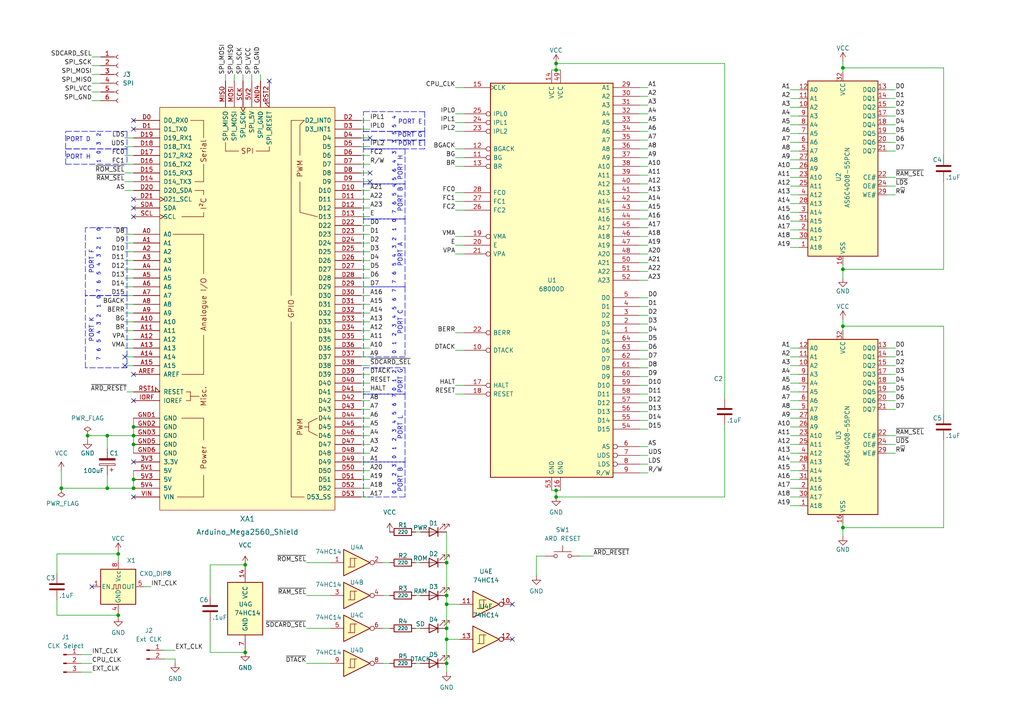
<source format=kicad_sch>
(kicad_sch (version 20211123) (generator eeschema)
  (paper "A4")
  (junction (at 34.29 160.655))
  (junction (at 31.115 126.365))
  (junction (at 38.735 128.905))
  (junction (at 244.475 78.105))
  (junction (at 38.735 126.365))
  (junction (at 161.29 20.32))
  (junction (at 129.54 175.26))
  (junction (at 129.54 163.195))
  (junction (at 161.29 144.145))
  (junction (at 129.54 185.42))
  (junction (at 38.735 139.065))
  (junction (at 34.29 178.435))
  (junction (at 38.735 123.825))
  (junction (at 161.29 142.24))
  (junction (at 38.735 141.605))
  (junction (at 244.475 19.685))
  (junction (at 161.29 18.415))
  (junction (at 244.475 94.615))
  (junction (at 31.115 141.605))
  (junction (at 129.54 182.245))
  (junction (at 71.12 163.83))
  (junction (at 71.12 189.23))
  (junction (at 25.4 126.365))
  (junction (at 17.78 141.605))
  (junction (at 129.54 192.405))
  (junction (at 244.475 153.035))
  (junction (at 129.54 172.72))
  (no_connect (at 38.735 116.205))
  (no_connect (at 38.735 133.985))
  (no_connect (at 38.735 144.145))
  (no_connect (at 107.315 40.005))
  (no_connect (at 78.105 23.495))
  (no_connect (at 26.67 170.18))
  (no_connect (at 38.735 57.785))
  (no_connect (at 38.735 60.325))
  (no_connect (at 38.735 62.865))
  (no_connect (at 148.59 175.26))
  (no_connect (at 148.59 185.42))
  (no_connect (at 36.195 103.505))
  (no_connect (at 36.195 106.045))
  (no_connect (at 107.315 52.705))
  (no_connect (at 107.315 50.165))
  (no_connect (at 38.735 108.585))
  (no_connect (at 38.735 34.925))
  (no_connect (at 38.735 37.465))
  (wire (pts (xy 67.945 21.59) (xy 67.945 23.495)))
  (polyline (pts (xy 36.83 66.04) (xy 36.83 85.725)))
  (wire (pts (xy 132.08 60.96) (xy 134.62 60.96)))
  (wire (pts (xy 129.54 194.945) (xy 129.54 192.405)))
  (polyline (pts (xy 36.83 85.725) (xy 24.765 85.725)))
  (wire (pts (xy 185.42 38.1) (xy 187.96 38.1)))
  (wire (pts (xy 104.775 98.425) (xy 107.315 98.425)))
  (polyline (pts (xy 117.475 114.3) (xy 105.41 114.3)))
  (wire (pts (xy 104.775 95.885) (xy 107.315 95.885)))
  (wire (pts (xy 273.685 52.705) (xy 273.685 78.105)))
  (wire (pts (xy 257.175 111.125) (xy 259.715 111.125)))
  (wire (pts (xy 185.42 101.6) (xy 187.96 101.6)))
  (polyline (pts (xy 117.475 133.985) (xy 117.475 144.145)))
  (wire (pts (xy 210.185 123.19) (xy 210.185 144.145)))
  (polyline (pts (xy 117.475 63.5) (xy 105.41 63.5)))
  (wire (pts (xy 38.735 70.485) (xy 36.195 70.485)))
  (wire (pts (xy 34.29 160.655) (xy 34.29 162.56)))
  (wire (pts (xy 104.775 106.045) (xy 107.315 106.045)))
  (polyline (pts (xy 117.475 106.68) (xy 117.475 114.3)))
  (polyline (pts (xy 117.475 53.34) (xy 117.475 63.5)))
  (wire (pts (xy 104.775 126.365) (xy 107.315 126.365)))
  (wire (pts (xy 38.735 83.185) (xy 36.195 83.185)))
  (wire (pts (xy 107.315 42.545) (xy 104.775 42.545)))
  (wire (pts (xy 185.42 48.26) (xy 187.96 48.26)))
  (wire (pts (xy 129.54 185.42) (xy 133.35 185.42)))
  (wire (pts (xy 185.42 66.04) (xy 187.96 66.04)))
  (wire (pts (xy 36.195 98.425) (xy 38.735 98.425)))
  (wire (pts (xy 36.195 40.005) (xy 38.735 40.005)))
  (wire (pts (xy 26.67 21.59) (xy 29.21 21.59)))
  (wire (pts (xy 88.9 172.72) (xy 95.885 172.72)))
  (wire (pts (xy 36.195 50.165) (xy 38.735 50.165)))
  (wire (pts (xy 16.51 173.99) (xy 16.51 178.435)))
  (wire (pts (xy 38.735 121.285) (xy 38.735 123.825)))
  (polyline (pts (xy 24.765 85.725) (xy 24.765 66.04)))
  (wire (pts (xy 132.08 68.58) (xy 134.62 68.58)))
  (wire (pts (xy 244.475 76.835) (xy 244.475 78.105)))
  (polyline (pts (xy 117.475 144.145) (xy 105.41 144.145)))
  (polyline (pts (xy 105.41 63.5) (xy 105.41 53.34)))
  (wire (pts (xy 160.02 20.32) (xy 161.29 20.32)))
  (wire (pts (xy 185.42 81.28) (xy 187.96 81.28)))
  (polyline (pts (xy 105.41 133.985) (xy 105.41 114.3)))
  (wire (pts (xy 132.08 45.72) (xy 134.62 45.72)))
  (wire (pts (xy 229.235 111.125) (xy 231.775 111.125)))
  (wire (pts (xy 36.195 95.885) (xy 38.735 95.885)))
  (wire (pts (xy 107.315 52.705) (xy 104.775 52.705)))
  (wire (pts (xy 229.235 113.665) (xy 231.775 113.665)))
  (wire (pts (xy 73.025 21.59) (xy 73.025 23.495)))
  (wire (pts (xy 185.42 25.4) (xy 187.96 25.4)))
  (wire (pts (xy 50.8 191.135) (xy 50.8 192.405)))
  (wire (pts (xy 107.315 108.585) (xy 104.775 108.585)))
  (wire (pts (xy 23.495 192.405) (xy 26.67 192.405)))
  (wire (pts (xy 257.175 33.655) (xy 259.715 33.655)))
  (polyline (pts (xy 105.41 63.5) (xy 117.475 63.5)))
  (wire (pts (xy 257.175 56.515) (xy 259.715 56.515)))
  (wire (pts (xy 229.235 38.735) (xy 231.775 38.735)))
  (polyline (pts (xy 123.19 43.18) (xy 105.41 43.18)))
  (wire (pts (xy 185.42 55.88) (xy 187.96 55.88)))
  (wire (pts (xy 38.735 85.725) (xy 36.195 85.725)))
  (wire (pts (xy 132.08 25.4) (xy 134.62 25.4)))
  (wire (pts (xy 36.195 55.245) (xy 38.735 55.245)))
  (polyline (pts (xy 117.475 83.185) (xy 105.41 83.185)))
  (wire (pts (xy 107.315 34.925) (xy 104.775 34.925)))
  (wire (pts (xy 104.775 65.405) (xy 107.315 65.405)))
  (wire (pts (xy 185.42 124.46) (xy 187.96 124.46)))
  (wire (pts (xy 104.775 136.525) (xy 107.315 136.525)))
  (wire (pts (xy 129.54 175.26) (xy 133.35 175.26)))
  (wire (pts (xy 185.42 104.14) (xy 187.96 104.14)))
  (wire (pts (xy 185.42 137.16) (xy 187.96 137.16)))
  (wire (pts (xy 129.54 154.305) (xy 129.54 163.195)))
  (polyline (pts (xy 19.05 47.625) (xy 19.05 43.18)))
  (wire (pts (xy 229.235 43.815) (xy 231.775 43.815)))
  (wire (pts (xy 104.775 116.205) (xy 107.315 116.205)))
  (wire (pts (xy 36.83 113.665) (xy 38.735 113.665)))
  (wire (pts (xy 185.42 53.34) (xy 187.96 53.34)))
  (wire (pts (xy 257.175 38.735) (xy 259.715 38.735)))
  (polyline (pts (xy 123.19 38.1) (xy 123.19 40.64)))
  (wire (pts (xy 257.175 108.585) (xy 259.715 108.585)))
  (wire (pts (xy 17.78 136.525) (xy 17.78 141.605)))
  (wire (pts (xy 38.735 136.525) (xy 38.735 139.065)))
  (wire (pts (xy 185.42 40.64) (xy 187.96 40.64)))
  (wire (pts (xy 185.42 73.66) (xy 187.96 73.66)))
  (wire (pts (xy 257.175 53.975) (xy 259.715 53.975)))
  (polyline (pts (xy 117.475 103.505) (xy 105.41 103.505)))
  (polyline (pts (xy 36.83 43.18) (xy 36.83 47.625)))
  (wire (pts (xy 229.235 48.895) (xy 231.775 48.895)))
  (wire (pts (xy 16.51 178.435) (xy 34.29 178.435)))
  (wire (pts (xy 273.685 153.035) (xy 244.475 153.035)))
  (wire (pts (xy 257.175 126.365) (xy 259.715 126.365)))
  (wire (pts (xy 38.735 73.025) (xy 36.195 73.025)))
  (wire (pts (xy 104.775 141.605) (xy 107.315 141.605)))
  (wire (pts (xy 257.175 51.435) (xy 259.715 51.435)))
  (wire (pts (xy 104.775 133.985) (xy 107.315 133.985)))
  (wire (pts (xy 104.775 128.905) (xy 107.315 128.905)))
  (wire (pts (xy 38.735 45.085) (xy 36.195 45.085)))
  (polyline (pts (xy 105.41 114.3) (xy 105.41 106.68)))
  (polyline (pts (xy 105.41 40.64) (xy 105.41 38.1)))
  (wire (pts (xy 185.42 45.72) (xy 187.96 45.72)))
  (wire (pts (xy 111.125 172.72) (xy 113.03 172.72)))
  (polyline (pts (xy 105.41 106.68) (xy 117.475 106.68)))
  (wire (pts (xy 38.735 123.825) (xy 38.735 126.365)))
  (polyline (pts (xy 123.19 40.64) (xy 105.41 40.64)))
  (polyline (pts (xy 117.475 43.18) (xy 105.41 43.18)))
  (wire (pts (xy 229.235 46.355) (xy 231.775 46.355)))
  (wire (pts (xy 185.42 30.48) (xy 187.96 30.48)))
  (wire (pts (xy 185.42 119.38) (xy 187.96 119.38)))
  (polyline (pts (xy 105.41 38.1) (xy 105.41 32.385)))
  (wire (pts (xy 185.42 114.3) (xy 187.96 114.3)))
  (wire (pts (xy 229.235 59.055) (xy 231.775 59.055)))
  (wire (pts (xy 132.08 48.26) (xy 134.62 48.26)))
  (wire (pts (xy 120.65 154.305) (xy 121.92 154.305)))
  (wire (pts (xy 104.775 47.625) (xy 107.315 47.625)))
  (wire (pts (xy 60.96 189.23) (xy 71.12 189.23)))
  (wire (pts (xy 155.575 161.29) (xy 158.115 161.29)))
  (wire (pts (xy 257.175 106.045) (xy 259.715 106.045)))
  (wire (pts (xy 273.685 127.635) (xy 273.685 153.035)))
  (wire (pts (xy 257.175 128.905) (xy 259.715 128.905)))
  (wire (pts (xy 111.125 192.405) (xy 113.03 192.405)))
  (wire (pts (xy 185.42 43.18) (xy 187.96 43.18)))
  (wire (pts (xy 104.775 57.785) (xy 107.315 57.785)))
  (wire (pts (xy 88.9 192.405) (xy 95.885 192.405)))
  (wire (pts (xy 26.67 16.51) (xy 29.21 16.51)))
  (wire (pts (xy 104.775 85.725) (xy 107.315 85.725)))
  (polyline (pts (xy 19.05 43.18) (xy 36.83 43.18)))
  (wire (pts (xy 34.29 177.8) (xy 34.29 178.435)))
  (wire (pts (xy 161.29 20.32) (xy 162.56 20.32)))
  (wire (pts (xy 132.08 38.1) (xy 134.62 38.1)))
  (wire (pts (xy 132.08 96.52) (xy 134.62 96.52)))
  (wire (pts (xy 257.175 103.505) (xy 259.715 103.505)))
  (wire (pts (xy 185.42 109.22) (xy 187.96 109.22)))
  (wire (pts (xy 132.08 114.3) (xy 134.62 114.3)))
  (wire (pts (xy 26.67 26.67) (xy 29.21 26.67)))
  (wire (pts (xy 36.195 90.805) (xy 38.735 90.805)))
  (wire (pts (xy 31.115 126.365) (xy 25.4 126.365)))
  (wire (pts (xy 185.42 93.98) (xy 187.96 93.98)))
  (wire (pts (xy 104.775 90.805) (xy 107.315 90.805)))
  (wire (pts (xy 257.175 118.745) (xy 259.715 118.745)))
  (wire (pts (xy 129.54 192.405) (xy 129.54 185.42)))
  (wire (pts (xy 120.65 163.195) (xy 121.92 163.195)))
  (polyline (pts (xy 105.41 114.3) (xy 117.475 114.3)))
  (wire (pts (xy 185.42 106.68) (xy 187.96 106.68)))
  (wire (pts (xy 185.42 50.8) (xy 187.96 50.8)))
  (wire (pts (xy 132.08 58.42) (xy 134.62 58.42)))
  (wire (pts (xy 36.195 88.265) (xy 38.735 88.265)))
  (wire (pts (xy 88.9 163.195) (xy 95.885 163.195)))
  (wire (pts (xy 155.575 161.29) (xy 155.575 167.005)))
  (wire (pts (xy 229.235 118.745) (xy 231.775 118.745)))
  (wire (pts (xy 36.195 42.545) (xy 38.735 42.545)))
  (wire (pts (xy 210.185 18.415) (xy 210.185 115.57)))
  (wire (pts (xy 244.475 78.105) (xy 244.475 80.645)))
  (wire (pts (xy 41.91 170.18) (xy 43.815 170.18)))
  (wire (pts (xy 229.235 136.525) (xy 231.775 136.525)))
  (polyline (pts (xy 105.41 43.18) (xy 105.41 40.64)))
  (wire (pts (xy 229.235 53.975) (xy 231.775 53.975)))
  (wire (pts (xy 185.42 58.42) (xy 187.96 58.42)))
  (wire (pts (xy 38.735 75.565) (xy 36.195 75.565)))
  (wire (pts (xy 185.42 63.5) (xy 187.96 63.5)))
  (wire (pts (xy 60.96 163.83) (xy 71.12 163.83)))
  (wire (pts (xy 104.775 45.085) (xy 107.315 45.085)))
  (wire (pts (xy 257.175 31.115) (xy 259.715 31.115)))
  (polyline (pts (xy 105.41 103.505) (xy 105.41 83.185)))
  (polyline (pts (xy 36.83 38.1) (xy 36.83 43.18)))
  (wire (pts (xy 185.42 111.76) (xy 187.96 111.76)))
  (wire (pts (xy 104.775 70.485) (xy 107.315 70.485)))
  (wire (pts (xy 129.54 175.26) (xy 129.54 182.245)))
  (wire (pts (xy 273.685 45.085) (xy 273.685 19.685)))
  (wire (pts (xy 60.96 180.34) (xy 60.96 189.23)))
  (wire (pts (xy 132.08 73.66) (xy 134.62 73.66)))
  (wire (pts (xy 257.175 131.445) (xy 259.715 131.445)))
  (wire (pts (xy 229.235 100.965) (xy 231.775 100.965)))
  (polyline (pts (xy 117.475 114.3) (xy 117.475 133.985)))
  (wire (pts (xy 210.185 18.415) (xy 161.29 18.415)))
  (wire (pts (xy 38.735 47.625) (xy 36.195 47.625)))
  (wire (pts (xy 229.235 144.145) (xy 231.775 144.145)))
  (wire (pts (xy 129.54 172.72) (xy 129.54 175.26)))
  (wire (pts (xy 70.485 21.59) (xy 70.485 23.495)))
  (wire (pts (xy 36.195 52.705) (xy 38.735 52.705)))
  (wire (pts (xy 244.475 151.765) (xy 244.475 153.035)))
  (polyline (pts (xy 105.41 53.34) (xy 105.41 43.18)))
  (polyline (pts (xy 105.41 53.34) (xy 117.475 53.34)))
  (wire (pts (xy 38.735 126.365) (xy 38.735 128.905)))
  (wire (pts (xy 229.235 123.825) (xy 231.775 123.825)))
  (wire (pts (xy 38.735 80.645) (xy 36.195 80.645)))
  (wire (pts (xy 257.175 26.035) (xy 259.715 26.035)))
  (wire (pts (xy 273.685 19.685) (xy 244.475 19.685)))
  (polyline (pts (xy 19.05 43.18) (xy 19.05 38.1)))
  (wire (pts (xy 104.775 73.025) (xy 107.315 73.025)))
  (wire (pts (xy 185.42 76.2) (xy 187.96 76.2)))
  (wire (pts (xy 120.65 182.245) (xy 121.92 182.245)))
  (wire (pts (xy 104.775 55.245) (xy 107.315 55.245)))
  (wire (pts (xy 229.235 56.515) (xy 231.775 56.515)))
  (polyline (pts (xy 117.475 63.5) (xy 117.475 83.185)))
  (polyline (pts (xy 36.83 38.1) (xy 19.05 38.1)))
  (polyline (pts (xy 105.41 133.985) (xy 117.475 133.985)))
  (wire (pts (xy 229.235 28.575) (xy 231.775 28.575)))
  (wire (pts (xy 120.65 192.405) (xy 121.92 192.405)))
  (wire (pts (xy 160.02 142.24) (xy 161.29 142.24)))
  (polyline (pts (xy 117.475 53.34) (xy 105.41 53.34)))
  (polyline (pts (xy 105.41 83.185) (xy 105.41 63.5)))
  (wire (pts (xy 104.775 100.965) (xy 107.315 100.965)))
  (wire (pts (xy 104.775 103.505) (xy 107.315 103.505)))
  (wire (pts (xy 185.42 88.9) (xy 187.96 88.9)))
  (wire (pts (xy 31.115 141.605) (xy 38.735 141.605)))
  (wire (pts (xy 185.42 33.02) (xy 187.96 33.02)))
  (wire (pts (xy 185.42 121.92) (xy 187.96 121.92)))
  (polyline (pts (xy 123.19 40.64) (xy 123.19 43.18)))
  (wire (pts (xy 229.235 36.195) (xy 231.775 36.195)))
  (polyline (pts (xy 19.05 47.625) (xy 36.83 47.625)))
  (wire (pts (xy 257.175 116.205) (xy 259.715 116.205)))
  (wire (pts (xy 229.235 133.985) (xy 231.775 133.985)))
  (wire (pts (xy 104.775 78.105) (xy 107.315 78.105)))
  (wire (pts (xy 47.625 191.135) (xy 50.8 191.135)))
  (wire (pts (xy 111.125 182.245) (xy 113.03 182.245)))
  (wire (pts (xy 257.175 113.665) (xy 259.715 113.665)))
  (wire (pts (xy 132.08 43.18) (xy 134.62 43.18)))
  (wire (pts (xy 23.495 189.865) (xy 26.67 189.865)))
  (wire (pts (xy 104.775 83.185) (xy 107.315 83.185)))
  (wire (pts (xy 185.42 60.96) (xy 187.96 60.96)))
  (wire (pts (xy 38.735 78.105) (xy 36.195 78.105)))
  (wire (pts (xy 185.42 134.62) (xy 187.96 134.62)))
  (wire (pts (xy 229.235 51.435) (xy 231.775 51.435)))
  (wire (pts (xy 107.315 113.665) (xy 104.775 113.665)))
  (wire (pts (xy 185.42 86.36) (xy 187.96 86.36)))
  (polyline (pts (xy 105.41 83.185) (xy 117.475 83.185)))
  (wire (pts (xy 132.08 111.76) (xy 134.62 111.76)))
  (wire (pts (xy 38.735 67.945) (xy 36.195 67.945)))
  (wire (pts (xy 31.115 137.795) (xy 31.115 141.605)))
  (polyline (pts (xy 123.19 32.385) (xy 105.41 32.385)))
  (wire (pts (xy 36.195 103.505) (xy 38.735 103.505)))
  (wire (pts (xy 26.67 29.21) (xy 29.21 29.21)))
  (wire (pts (xy 229.235 146.685) (xy 231.775 146.685)))
  (wire (pts (xy 107.315 111.125) (xy 104.775 111.125)))
  (wire (pts (xy 229.235 64.135) (xy 231.775 64.135)))
  (wire (pts (xy 88.9 182.245) (xy 95.885 182.245)))
  (wire (pts (xy 25.4 126.365) (xy 25.4 127.635)))
  (wire (pts (xy 229.235 71.755) (xy 231.775 71.755)))
  (wire (pts (xy 229.235 61.595) (xy 231.775 61.595)))
  (polyline (pts (xy 36.83 85.725) (xy 24.765 85.725)))
  (wire (pts (xy 273.685 94.615) (xy 244.475 94.615)))
  (wire (pts (xy 104.775 80.645) (xy 107.315 80.645)))
  (wire (pts (xy 185.42 78.74) (xy 187.96 78.74)))
  (wire (pts (xy 38.735 139.065) (xy 38.735 141.605)))
  (wire (pts (xy 257.175 36.195) (xy 259.715 36.195)))
  (wire (pts (xy 257.175 41.275) (xy 259.715 41.275)))
  (wire (pts (xy 229.235 121.285) (xy 231.775 121.285)))
  (wire (pts (xy 104.775 67.945) (xy 107.315 67.945)))
  (wire (pts (xy 107.315 50.165) (xy 104.775 50.165)))
  (wire (pts (xy 229.235 33.655) (xy 231.775 33.655)))
  (wire (pts (xy 47.625 188.595) (xy 50.8 188.595)))
  (wire (pts (xy 185.42 35.56) (xy 187.96 35.56)))
  (polyline (pts (xy 36.83 85.725) (xy 36.83 106.68)))
  (wire (pts (xy 104.775 118.745) (xy 107.315 118.745)))
  (wire (pts (xy 36.195 106.045) (xy 38.735 106.045)))
  (wire (pts (xy 132.08 55.88) (xy 134.62 55.88)))
  (wire (pts (xy 185.42 27.94) (xy 187.96 27.94)))
  (wire (pts (xy 34.29 160.02) (xy 34.29 160.655)))
  (wire (pts (xy 229.235 41.275) (xy 231.775 41.275)))
  (wire (pts (xy 36.195 93.345) (xy 38.735 93.345)))
  (wire (pts (xy 104.775 131.445) (xy 107.315 131.445)))
  (wire (pts (xy 75.565 21.59) (xy 75.565 23.495)))
  (polyline (pts (xy 105.41 38.1) (xy 123.19 38.1)))
  (polyline (pts (xy 117.475 83.185) (xy 117.475 103.505)))
  (wire (pts (xy 16.51 166.37) (xy 16.51 160.655)))
  (wire (pts (xy 132.08 71.12) (xy 134.62 71.12)))
  (wire (pts (xy 104.775 123.825) (xy 107.315 123.825)))
  (polyline (pts (xy 117.475 133.985) (xy 105.41 133.985)))
  (wire (pts (xy 26.67 19.05) (xy 29.21 19.05)))
  (wire (pts (xy 107.315 62.865) (xy 104.775 62.865)))
  (wire (pts (xy 185.42 68.58) (xy 187.96 68.58)))
  (wire (pts (xy 257.175 28.575) (xy 259.715 28.575)))
  (polyline (pts (xy 24.765 106.68) (xy 24.765 85.725)))
  (polyline (pts (xy 36.83 43.18) (xy 19.05 43.18)))
  (wire (pts (xy 244.475 17.78) (xy 244.475 19.685)))
  (wire (pts (xy 229.235 26.035) (xy 231.775 26.035)))
  (wire (pts (xy 161.29 142.24) (xy 162.56 142.24)))
  (wire (pts (xy 129.54 185.42) (xy 129.54 182.245)))
  (wire (pts (xy 36.195 100.965) (xy 38.735 100.965)))
  (wire (pts (xy 104.775 93.345) (xy 107.315 93.345)))
  (polyline (pts (xy 123.19 32.385) (xy 123.19 38.1)))
  (wire (pts (xy 185.42 71.12) (xy 187.96 71.12)))
  (wire (pts (xy 229.235 103.505) (xy 231.775 103.505)))
  (wire (pts (xy 244.475 94.615) (xy 244.475 95.885)))
  (polyline (pts (xy 105.41 40.64) (xy 123.19 40.64)))
  (wire (pts (xy 34.29 178.435) (xy 34.29 179.07)))
  (wire (pts (xy 229.235 108.585) (xy 231.775 108.585)))
  (wire (pts (xy 104.775 144.145) (xy 107.315 144.145)))
  (wire (pts (xy 185.42 116.84) (xy 187.96 116.84)))
  (wire (pts (xy 229.235 131.445) (xy 231.775 131.445)))
  (wire (pts (xy 104.775 139.065) (xy 107.315 139.065)))
  (polyline (pts (xy 117.475 43.18) (xy 117.475 53.34)))
  (wire (pts (xy 244.475 19.685) (xy 244.475 20.955)))
  (wire (pts (xy 210.185 144.145) (xy 161.29 144.145)))
  (wire (pts (xy 244.475 92.71) (xy 244.475 94.615)))
  (wire (pts (xy 120.65 172.72) (xy 121.92 172.72)))
  (wire (pts (xy 185.42 91.44) (xy 187.96 91.44)))
  (wire (pts (xy 104.775 121.285) (xy 107.315 121.285)))
  (wire (pts (xy 229.235 69.215) (xy 231.775 69.215)))
  (wire (pts (xy 16.51 160.655) (xy 34.29 160.655)))
  (wire (pts (xy 132.08 101.6) (xy 134.62 101.6)))
  (polyline (pts (xy 36.83 106.68) (xy 24.765 106.68)))
  (wire (pts (xy 168.275 161.29) (xy 172.085 161.29)))
  (wire (pts (xy 104.775 60.325) (xy 107.315 60.325)))
  (wire (pts (xy 229.235 106.045) (xy 231.775 106.045)))
  (wire (pts (xy 185.42 96.52) (xy 187.96 96.52)))
  (wire (pts (xy 107.315 40.005) (xy 104.775 40.005)))
  (wire (pts (xy 132.08 33.02) (xy 134.62 33.02)))
  (wire (pts (xy 26.67 24.13) (xy 29.21 24.13)))
  (wire (pts (xy 60.96 172.72) (xy 60.96 163.83)))
  (wire (pts (xy 65.405 21.59) (xy 65.405 23.495)))
  (wire (pts (xy 129.54 163.195) (xy 129.54 172.72)))
  (wire (pts (xy 104.775 88.265) (xy 107.315 88.265)))
  (wire (pts (xy 244.475 153.035) (xy 244.475 155.575)))
  (wire (pts (xy 161.29 18.415) (xy 161.29 20.32)))
  (wire (pts (xy 229.235 128.905) (xy 231.775 128.905)))
  (wire (pts (xy 273.685 78.105) (xy 244.475 78.105)))
  (wire (pts (xy 257.175 100.965) (xy 259.715 100.965)))
  (wire (pts (xy 104.775 75.565) (xy 107.315 75.565)))
  (wire (pts (xy 161.29 142.24) (xy 161.29 144.145)))
  (wire (pts (xy 185.42 132.08) (xy 187.96 132.08)))
  (wire (pts (xy 229.235 139.065) (xy 231.775 139.065)))
  (wire (pts (xy 257.175 43.815) (xy 259.715 43.815)))
  (wire (pts (xy 132.08 35.56) (xy 134.62 35.56)))
  (wire (pts (xy 38.735 128.905) (xy 38.735 131.445)))
  (wire (pts (xy 107.315 37.465) (xy 104.775 37.465)))
  (wire (pts (xy 185.42 129.54) (xy 187.96 129.54)))
  (wire (pts (xy 229.235 126.365) (xy 231.775 126.365)))
  (wire (pts (xy 38.735 126.365) (xy 31.115 126.365)))
  (wire (pts (xy 229.235 141.605) (xy 231.775 141.605)))
  (wire (pts (xy 229.235 31.115) (xy 231.775 31.115)))
  (wire (pts (xy 111.125 163.195) (xy 113.03 163.195)))
  (polyline (pts (xy 105.41 38.1) (xy 123.19 38.1)))
  (wire (pts (xy 185.42 99.06) (xy 187.96 99.06)))
  (wire (pts (xy 229.235 66.675) (xy 231.775 66.675)))
  (wire (pts (xy 17.78 141.605) (xy 31.115 141.605)))
  (wire (pts (xy 31.115 126.365) (xy 31.115 130.175)))
  (polyline (pts (xy 36.83 66.04) (xy 24.765 66.04)))
  (wire (pts (xy 23.495 194.945) (xy 26.67 194.945)))
  (wire (pts (xy 273.685 120.015) (xy 273.685 94.615)))
  (polyline (pts (xy 105.41 144.145) (xy 105.41 133.985)))
  (wire (pts (xy 229.235 116.205) (xy 231.775 116.205)))
  (text "PORT H" (at 19.05 46.355 0) (effects (font (size 1.27 1.27)) (justify left bottom)))
  (text "7" (at 114.935 85.09 90) (effects (font (size 1 1)) (justify left bottom)))
  (text "PORT A" (at 116.84 77.47 90) (effects (font (size 1.27 1.27)) (justify left bottom)))
  (text "6" (at 114.935 59.69 90) (effects (font (size 1 1)) (justify left bottom)))
  (text "2" (at 29.21 92.3567 90) (effects (font (size 1 1)) (justify left bottom)))
  (text "7" (at 114.935 62.23 90) (effects (font (size 1 1)) (justify left bottom)))
  (text "5" (at 29.21 99.695 90) (effects (font (size 1 1)) (justify left bottom)))
  (text "PORT E" (at 122.555 42.545 180) (effects (font (size 1.27 1.27)) (justify right bottom)))
  (text "3" (at 114.935 135.89 90) (effects (font (size 1 1)) (justify left bottom)))
  (text "5" (at 114.935 77.47 90) (effects (font (size 1 1)) (justify left bottom)))
  (text "4" (at 114.935 123.19 90) (effects (font (size 1 1)) (justify left bottom)))
  (text "0" (at 29.21 86.995 90) (effects (font (size 1 1)) (justify left bottom)))
  (text "4" (at 114.935 74.93 90) (effects (font (size 1 1)) (justify left bottom)))
  (text "0" (at 29.21 67.31 90) (effects (font (size 1 1)) (justify left bottom)))
  (text "3" (at 114.935 125.73 90) (effects (font (size 1 1)) (justify left bottom)))
  (text "1" (at 114.935 100.33 90) (effects (font (size 1 1)) (justify left bottom)))
  (text "2" (at 114.935 108.585 90) (effects (font (size 1 1)) (justify left bottom)))
  (text "1" (at 114.935 67.31 90) (effects (font (size 1 1)) (justify left bottom)))
  (text "PORT E" (at 122.555 36.195 180) (effects (font (size 1.27 1.27)) (justify right bottom)))
  (text "5" (at 114.935 120.65 90) (effects (font (size 1 1)) (justify left bottom)))
  (text "2" (at 29.21 38.735 270) (effects (font (size 1 1)) (justify right bottom)))
  (text "3" (at 29.21 74.93 90) (effects (font (size 1 1)) (justify left bottom)))
  (text "5" (at 114.935 90.17 90) (effects (font (size 1 1)) (justify left bottom)))
  (text "PORT B" (at 116.84 61.595 90) (effects (font (size 1.27 1.27)) (justify left bottom)))
  (text "5" (at 114.935 57.15 90) (effects (font (size 1 1)) (justify left bottom)))
  (text "PORT D" (at 19.05 41.275 0) (effects (font (size 1.27 1.27)) (justify left bottom)))
  (text "3" (at 114.935 41.91 90) (effects (font (size 1 1)) (justify left bottom)))
  (text "5" (at 114.935 39.37 90) (effects (font (size 1 1)) (justify left bottom)))
  (text "0" (at 114.935 133.35 90) (effects (font (size 1 1)) (justify left bottom)))
  (text "3" (at 29.21 41.275 270) (effects (font (size 1 1)) (justify right bottom)))
  (text "6" (at 114.935 118.11 90) (effects (font (size 1 1)) (justify left bottom)))
  (text "PORT C" (at 116.84 97.155 90) (effects (font (size 1.27 1.27)) (justify left bottom)))
  (text "1" (at 29.21 46.355 270) (effects (font (size 1 1)) (justify right bottom)))
  (text "PORT G" (at 116.84 114.3 90) (effects (font (size 1.27 1.27)) (justify left bottom)))
  (text "2" (at 114.935 128.27 90) (effects (font (size 1 1)) (justify left bottom)))
  (text "2" (at 114.935 70.1317 90) (effects (font (size 1 1)) (justify left bottom)))
  (text "0" (at 114.935 113.665 90) (effects (font (size 1 1)) (justify left bottom)))
  (text "1" (at 114.935 111.125 90) (effects (font (size 1 1)) (justify left bottom)))
  (text "1" (at 114.935 140.97 90) (effects (font (size 1 1)) (justify left bottom)))
  (text "7" (at 29.21 85.09 90) (effects (font (size 1 1)) (justify left bottom)))
  (text "5" (at 114.935 52.705 90) (effects (font (size 1 1)) (justify left bottom)))
  (text "1" (at 29.21 69.85 90) (effects (font (size 1 1)) (justify left bottom)))
  (text "4" (at 114.935 33.655 270) (effects (font (size 1 1)) (justify right bottom)))
  (text "0" (at 114.935 102.87 90) (effects (font (size 1 1)) (justify left bottom)))
  (text "6" (at 114.935 87.63 90) (effects (font (size 1 1)) (justify left bottom)))
  (text "6" (at 114.935 80.01 90) (effects (font (size 1 1)) (justify left bottom)))
  (text "1" (at 114.935 130.81 90) (effects (font (size 1 1)) (justify left bottom)))
  (text "0" (at 114.935 64.77 90) (effects (font (size 1 1)) (justify left bottom)))
  (text "0" (at 114.935 143.51 90) (effects (font (size 1 1)) (justify left bottom)))
  (text "3" (at 29.21 94.615 90) (effects (font (size 1 1)) (justify left bottom)))
  (text "4" (at 114.935 47.625 90) (effects (font (size 1 1)) (justify left bottom)))
  (text "4" (at 114.935 54.61 90) (effects (font (size 1 1)) (justify left bottom)))
  (text "4" (at 114.935 92.71 90) (effects (font (size 1 1)) (justify left bottom)))
  (text "5" (at 29.21 80.01 90) (effects (font (size 1 1)) (justify left bottom)))
  (text "7" (at 114.935 115.57 90) (effects (font (size 1 1)) (justify left bottom)))
  (text "2" (at 114.935 97.79 90) (effects (font (size 1 1)) (justify left bottom)))
  (text "6" (at 29.21 102.235 90) (effects (font (size 1 1)) (justify left bottom)))
  (text "2" (at 114.935 138.43 90) (effects (font (size 1 1)) (justify left bottom)))
  (text "3" (at 114.935 45.085 90) (effects (font (size 1 1)) (justify left bottom)))
  (text "6" (at 29.21 82.55 90) (effects (font (size 1 1)) (justify left bottom)))
  (text "2" (at 29.21 72.6717 90) (effects (font (size 1 1)) (justify left bottom)))
  (text "7" (at 114.935 82.55 90) (effects (font (size 1 1)) (justify left bottom)))
  (text "PORT K" (at 27.305 92.075 270) (effects (font (size 1.27 1.27)) (justify right bottom)))
  (text "5" (at 114.935 36.195 270) (effects (font (size 1 1)) (justify right bottom)))
  (text "PORT B" (at 116.84 142.875 90) (effects (font (size 1.27 1.27)) (justify left bottom)))
  (text "7" (at 29.21 104.775 90) (effects (font (size 1 1)) (justify left bottom)))
  (text "PORT F" (at 27.305 72.39 270) (effects (font (size 1.27 1.27)) (justify right bottom)))
  (text "PORT H" (at 116.84 45.085 270) (effects (font (size 1.27 1.27)) (justify right bottom)))
  (text "3" (at 114.935 95.25 90) (effects (font (size 1 1)) (justify left bottom)))
  (text "4" (at 29.21 77.47 90) (effects (font (size 1 1)) (justify left bottom)))
  (text "6" (at 114.935 50.165 90) (effects (font (size 1 1)) (justify left bottom)))
  (text "0" (at 29.21 43.815 270) (effects (font (size 1 1)) (justify right bottom)))
  (text "3" (at 114.935 72.39 90) (effects (font (size 1 1)) (justify left bottom)))
  (text "1" (at 29.21 89.535 90) (effects (font (size 1 1)) (justify left bottom)))
  (text "4" (at 29.21 97.155 90) (effects (font (size 1 1)) (justify left bottom)))
  (text "PORT L" (at 116.84 127.635 90) (effects (font (size 1.27 1.27)) (justify left bottom)))
  (text "PORT G" (at 122.555 40.005 180) (effects (font (size 1.27 1.27)) (justify right bottom)))
  (label "~{ARD_RESET}" (at 172.085 161.29 0))
  (label "A2" (at 107.315 131.445 0))
  (label "SPI_SCK" (at 26.67 19.05 180))
  (label "A8" (at 107.315 116.205 0))
  (label "A11" (at 107.315 98.425 0))
  (label "A4" (at 187.96 33.02 0))
  (label "D9" (at 187.96 109.22 0))
  (label "HALT" (at 132.08 111.76 180))
  (label "A18" (at 107.315 141.605 0))
  (label "EXT_CLK" (at 26.67 194.945 0))
  (label "D3" (at 259.715 33.655 0))
  (label "IPL0" (at 107.315 37.465 0))
  (label "A5" (at 229.235 36.195 180))
  (label "D11" (at 187.96 114.3 0))
  (label "FC0" (at 132.08 55.88 180))
  (label "A17" (at 107.315 144.145 0))
  (label "EXT_CLK" (at 50.8 188.595 0))
  (label "A11" (at 187.96 50.8 0))
  (label "~{RAM_SEL}" (at 259.715 126.365 0))
  (label "A13" (at 107.315 93.345 0))
  (label "D0" (at 259.715 100.965 0))
  (label "A6" (at 187.96 38.1 0))
  (label "A17" (at 187.96 66.04 0))
  (label "IPL1" (at 132.08 35.56 180))
  (label "CPU_CLK" (at 132.08 25.4 180))
  (label "R{slash}W" (at 107.315 47.625 0))
  (label "A10" (at 229.235 123.825 180))
  (label "D11" (at 36.195 75.565 180))
  (label "CPU_CLK" (at 26.67 192.405 0))
  (label "D12" (at 36.195 78.105 180))
  (label "A22" (at 107.315 57.785 0))
  (label "D3" (at 107.315 73.025 0))
  (label "A8" (at 229.235 43.815 180))
  (label "A13" (at 187.96 55.88 0))
  (label "D12" (at 187.96 116.84 0))
  (label "RESET" (at 107.315 111.125 0))
  (label "A13" (at 229.235 56.515 180))
  (label "D1" (at 259.715 103.505 0))
  (label "A12" (at 187.96 53.34 0))
  (label "D4" (at 187.96 96.52 0))
  (label "A6" (at 229.235 113.665 180))
  (label "D5" (at 107.315 78.105 0))
  (label "D8" (at 36.195 67.945 180))
  (label "D2" (at 259.715 31.115 0))
  (label "D5" (at 187.96 99.06 0))
  (label "A5" (at 187.96 35.56 0))
  (label "A3" (at 229.235 31.115 180))
  (label "A4" (at 229.235 33.655 180))
  (label "D7" (at 107.315 83.185 0))
  (label "DTACK" (at 132.08 101.6 180))
  (label "SPI_GND" (at 75.565 21.59 90))
  (label "SPI_GND" (at 26.67 29.21 180))
  (label "VMA" (at 36.195 100.965 180))
  (label "A12" (at 229.235 128.905 180))
  (label "IPL2" (at 132.08 38.1 180))
  (label "A14" (at 229.235 133.985 180))
  (label "E" (at 107.315 62.865 0))
  (label "A16" (at 187.96 63.5 0))
  (label "A3" (at 107.315 128.905 0))
  (label "R{slash}W" (at 187.96 137.16 0))
  (label "A2" (at 229.235 103.505 180))
  (label "A9" (at 107.315 103.505 0))
  (label "D1" (at 107.315 67.945 0))
  (label "D14" (at 36.195 83.185 180))
  (label "A9" (at 229.235 121.285 180))
  (label "D4" (at 259.715 36.195 0))
  (label "A4" (at 107.315 126.365 0))
  (label "A5" (at 229.235 111.125 180))
  (label "A11" (at 229.235 126.365 180))
  (label "A18" (at 187.96 68.58 0))
  (label "SDCARD_SEL" (at 26.67 16.51 180))
  (label "A14" (at 187.96 58.42 0))
  (label "~{RAM_SEL}" (at 36.195 52.705 180))
  (label "A12" (at 229.235 53.975 180))
  (label "D2" (at 187.96 91.44 0))
  (label "D7" (at 259.715 43.815 0))
  (label "D6" (at 259.715 41.275 0))
  (label "~{ROM_SEL}" (at 36.195 50.165 180))
  (label "RESET" (at 132.08 114.3 180))
  (label "A20" (at 187.96 73.66 0))
  (label "BR" (at 132.08 48.26 180))
  (label "SPI_MOSI" (at 26.67 21.59 180))
  (label "FC2" (at 107.315 45.085 0))
  (label "A15" (at 107.315 88.265 0))
  (label "A1" (at 107.315 133.985 0))
  (label "SPI_VCC" (at 73.025 21.59 90))
  (label "A1" (at 229.235 100.965 180))
  (label "BR" (at 36.195 95.885 180))
  (label "UDS" (at 187.96 132.08 0))
  (label "D5" (at 259.715 38.735 0))
  (label "A15" (at 229.235 136.525 180))
  (label "A3" (at 187.96 30.48 0))
  (label "A16" (at 229.235 64.135 180))
  (label "A7" (at 229.235 41.275 180))
  (label "A7" (at 229.235 116.205 180))
  (label "~{LDS}" (at 259.715 53.975 0))
  (label "D8" (at 187.96 106.68 0))
  (label "BERR" (at 36.195 90.805 180))
  (label "A10" (at 107.315 100.965 0))
  (label "D15" (at 36.195 85.725 180))
  (label "R~{W}" (at 259.715 56.515 0))
  (label "D1" (at 187.96 88.9 0))
  (label "A11" (at 229.235 51.435 180))
  (label "A20" (at 107.315 136.525 0))
  (label "AS" (at 36.195 55.245 180))
  (label "D5" (at 259.715 113.665 0))
  (label "D10" (at 187.96 111.76 0))
  (label "IPL0" (at 132.08 33.02 180))
  (label "D0" (at 107.315 65.405 0))
  (label "A9" (at 229.235 46.355 180))
  (label "R~{W}" (at 259.715 131.445 0))
  (label "IPL1" (at 107.315 34.925 0))
  (label "SPI_VCC" (at 26.67 26.67 180))
  (label "~{DTACK}" (at 88.9 192.405 180))
  (label "D3" (at 259.715 108.585 0))
  (label "A19" (at 107.315 139.065 0))
  (label "D9" (at 36.195 70.485 180))
  (label "SPI_MISO" (at 26.67 24.13 180))
  (label "A18" (at 229.235 144.145 180))
  (label "A3" (at 229.235 106.045 180))
  (label "D1" (at 259.715 28.575 0))
  (label "A14" (at 107.315 90.805 0))
  (label "A5" (at 107.315 123.825 0))
  (label "~{SDCARD_SEL}" (at 107.315 106.045 0))
  (label "DTACK" (at 107.315 108.585 0))
  (label "FC0" (at 36.195 45.085 180))
  (label "BG" (at 36.195 93.345 180))
  (label "A15" (at 187.96 60.96 0))
  (label "A18" (at 229.235 69.215 180))
  (label "A4" (at 229.235 108.585 180))
  (label "D0" (at 187.96 86.36 0))
  (label "VPA" (at 36.195 98.425 180))
  (label "LDS" (at 36.195 40.005 180))
  (label "FC1" (at 36.195 47.625 180))
  (label "SPI_MOSI" (at 65.405 21.59 90))
  (label "A12" (at 107.315 95.885 0))
  (label "~{RAM_SEL}" (at 88.9 172.72 180))
  (label "A17" (at 229.235 141.605 180))
  (label "D13" (at 36.195 80.645 180))
  (label "BG" (at 132.08 45.72 180))
  (label "LDS" (at 187.96 134.62 0))
  (label "D4" (at 259.715 111.125 0))
  (label "A14" (at 229.235 59.055 180))
  (label "D3" (at 187.96 93.98 0))
  (label "SPI_MISO" (at 67.945 21.59 90))
  (label "A23" (at 187.96 81.28 0))
  (label "A19" (at 229.235 71.755 180))
  (label "D0" (at 259.715 26.035 0))
  (label "D13" (at 187.96 119.38 0))
  (label "A7" (at 187.96 40.64 0))
  (label "~{SDCARD_SEL}" (at 88.9 182.245 180))
  (label "D6" (at 187.96 101.6 0))
  (label "HALT" (at 107.315 113.665 0))
  (label "D14" (at 187.96 121.92 0))
  (label "A9" (at 187.96 45.72 0))
  (label "INT_CLK" (at 43.815 170.18 0))
  (label "A19" (at 229.235 146.685 180))
  (label "A8" (at 187.96 43.18 0))
  (label "A7" (at 107.315 118.745 0))
  (label "A19" (at 187.96 71.12 0))
  (label "D4" (at 107.315 75.565 0))
  (label "D2" (at 107.315 70.485 0))
  (label "~{ARD_RESET}" (at 36.83 113.665 180))
  (label "D10" (at 36.195 73.025 180))
  (label "A23" (at 107.315 60.325 0))
  (label "D6" (at 259.715 116.205 0))
  (label "D2" (at 259.715 106.045 0))
  (label "D7" (at 259.715 118.745 0))
  (label "A2" (at 187.96 27.94 0))
  (label "BGACK" (at 132.08 43.18 180))
  (label "A21" (at 187.96 76.2 0))
  (label "SPI_SCK" (at 70.485 21.59 90))
  (label "A16" (at 229.235 139.065 180))
  (label "A2" (at 229.235 28.575 180))
  (label "~{UDS}" (at 259.715 128.905 0))
  (label "A21" (at 107.315 55.245 0))
  (label "~{RAM_SEL}" (at 259.715 51.435 0))
  (label "BGACK" (at 36.195 88.265 180))
  (label "UDS" (at 36.195 42.545 180))
  (label "D6" (at 107.315 80.645 0))
  (label "IPL2" (at 107.315 42.545 0))
  (label "E" (at 132.08 71.12 180))
  (label "A15" (at 229.235 61.595 180))
  (label "D7" (at 187.96 104.14 0))
  (label "INT_CLK" (at 26.67 189.865 0))
  (label "A10" (at 187.96 48.26 0))
  (label "A22" (at 187.96 78.74 0))
  (label "A8" (at 229.235 118.745 180))
  (label "VMA" (at 132.08 68.58 180))
  (label "A6" (at 229.235 38.735 180))
  (label "BERR" (at 132.08 96.52 180))
  (label "D15" (at 187.96 124.46 0))
  (label "A1" (at 229.235 26.035 180))
  (label "FC1" (at 132.08 58.42 180))
  (label "A1" (at 187.96 25.4 0))
  (label "A10" (at 229.235 48.895 180))
  (label "VPA" (at 132.08 73.66 180))
  (label "AS" (at 187.96 129.54 0))
  (label "~{ROM_SEL}" (at 88.9 163.195 180))
  (label "A13" (at 229.235 131.445 180))
  (label "A6" (at 107.315 121.285 0))
  (label "FC2" (at 132.08 60.96 180))
  (label "A16" (at 107.315 85.725 0))
  (label "A17" (at 229.235 66.675 180))
  (symbol (lib_id "Memory_RAM:AS6C4008-55PCN") (at 244.475 123.825 0) (unit 1)
    (property "Reference" "U3" (at 243.205 127.635 90) (effects (justify left)))
    (property "Value" "AS6C4008-55PCN" (at 245.745 135.255 90) (effects (justify left)))
    (property "Footprint" "Package_SO:SSOP-32_11.305x20.495mm_P1.27mm" (effects hide))
    (property "Datasheet" "https://www.alliancememory.com/wp-content/uploads/pdf/AS6C4008.pdf" (effects hide))
  )
  (symbol (lib_id "Device:LED") (at 125.73 182.245 180) (unit 1)
    (property "Reference" "D4" (at 125.73 179.705 0))
    (property "Value" "SD" (at 121.92 180.975 0))
    (property "Footprint" "LED_SMD:LED_1206_3216Metric" (effects hide))
  )
  (symbol (lib_id "power:VCC") (at 34.29 160.02 0) (unit 1)
    (property "Reference" "#PWR07" (effects hide))
    (property "Value" "VCC" (at 34.29 156.21 0))
  )
  (symbol (lib_id "74xx:74HC14") (at 140.97 185.42 0) (unit 6)
    (property "Reference" "U4" (at 140.97 175.895 0))
    (property "Value" "74HC14" (at 140.97 178.435 0))
    (property "Footprint" "Package_SO:SOIC-14_3.9x8.7mm_P1.27mm" (effects hide))
    (property "Datasheet" "http://www.ti.com/lit/gpn/sn74HC14" (effects hide))
  )
  (symbol (lib_id "Connector:Conn_01x06_Female") (at 34.29 21.59 0) (unit 1)
    (property "Reference" "J3" (at 35.56 21.5899 0) (effects (justify left)))
    (property "Value" "SPI" (at 35.56 24.1299 0) (effects (justify left)))
    (property "Footprint" "Connector_PinSocket_2.54mm:PinSocket_1x06_P2.54mm_Vertical" (effects hide))
  )
  (symbol (lib_id "power:GND") (at 71.12 189.23 0) (unit 1)
    (property "Reference" "#PWR015" (effects hide))
    (property "Value" "GND" (at 71.12 193.675 0))
  )
  (symbol (lib_id "power:GND") (at 34.29 179.07 0) (unit 1)
    (property "Reference" "#PWR08" (effects hide))
    (property "Value" "GND" (at 34.29 183.515 0))
  )
  (symbol (lib_id "74xx:74HC14") (at 103.505 182.245 0) (unit 3)
    (property "Reference" "U4" (at 103.505 178.435 0))
    (property "Value" "74HC14" (at 95.25 179.07 0))
    (property "Footprint" "Package_SO:SOIC-14_3.9x8.7mm_P1.27mm" (effects hide))
    (property "Datasheet" "http://www.ti.com/lit/gpn/sn74HC14" (effects hide))
  )
  (symbol (lib_id "power:GND") (at 244.475 80.645 0) (unit 1)
    (property "Reference" "#PWR011" (effects hide))
    (property "Value" "GND" (at 244.475 84.455 0))
  )
  (symbol (lib_id "power:PWR_FLAG") (at 17.78 141.605 180) (unit 1)
    (property "Reference" "#FLG01" (effects hide))
    (property "Value" "PWR_FLAG" (at 13.335 146.05 0) (effects (justify right)))
  )
  (symbol (lib_id "Device:R") (at 116.84 182.245 90) (unit 1)
    (property "Reference" "R4" (at 116.84 180.213 90))
    (property "Value" "220" (at 116.84 182.245 90) (effects (font (size 1 1))))
    (property "Footprint" "Resistor_SMD:R_0603_1608Metric" (effects hide))
  )
  (symbol (lib_id "arduino:Arduino_Mega2560_Shield") (at 71.755 89.535 0) (unit 1)
    (property "Reference" "XA1" (at 71.755 150.495 0) (effects (font (size 1.524 1.524))))
    (property "Value" "Arduino_Mega2560_Shield" (at 71.755 154.305 0) (effects (font (size 1.524 1.524))))
    (property "Footprint" "Arduino:Arduino_Mega2560_Shield" (effects hide))
    (property "Datasheet" "https://store.arduino.cc/arduino-mega-2560-rev3" (effects hide))
  )
  (symbol (lib_id "Device:LED") (at 125.73 154.305 180) (unit 1)
    (property "Reference" "D1" (at 125.73 151.765 0))
    (property "Value" "PWR" (at 121.92 153.035 0))
    (property "Footprint" "LED_SMD:LED_1206_3216Metric" (effects hide))
  )
  (symbol (lib_id "Device:C") (at 273.685 48.895 0) (unit 1)
    (property "Reference" "C4" (at 270.51 46.355 0) (effects (justify left)))
    (property "Value" ".1uF" (at 274.32 51.435 0) (effects (justify left)))
    (property "Footprint" "Capacitor_SMD:C_0603_1608Metric" (effects hide))
  )
  (symbol (lib_id "power:VCC") (at 244.475 17.78 0) (unit 1)
    (property "Reference" "#PWR010" (effects hide))
    (property "Value" "VCC" (at 244.475 13.97 0))
  )
  (symbol (lib_id "power:VCC") (at 161.29 18.415 0) (unit 1)
    (property "Reference" "#PWR03" (effects hide))
    (property "Value" "VCC" (at 161.29 14.605 0))
  )
  (symbol (lib_id "power:GND") (at 50.8 192.405 0) (unit 1)
    (property "Reference" "#PWR09" (effects hide))
    (property "Value" "GND" (at 50.8 196.85 0))
  )
  (symbol (lib_id "Device:R") (at 116.84 163.195 90) (unit 1)
    (property "Reference" "R2" (at 116.84 161.163 90))
    (property "Value" "220" (at 116.84 163.195 90) (effects (font (size 1 1))))
    (property "Footprint" "Resistor_SMD:R_0603_1608Metric" (effects hide))
  )
  (symbol (lib_id "power:VCC") (at 17.78 136.525 0) (unit 1)
    (property "Reference" "#PWR01" (effects hide))
    (property "Value" "VCC" (at 17.78 131.445 0))
  )
  (symbol (lib_id "power:GND") (at 244.475 155.575 0) (unit 1)
    (property "Reference" "#PWR013" (effects hide))
    (property "Value" "GND" (at 244.475 159.385 0))
  )
  (symbol (lib_id "74xx:74HC14") (at 71.12 176.53 0) (unit 7)
    (property "Reference" "U4" (at 69.215 175.26 0) (effects (justify left)))
    (property "Value" "74HC14" (at 67.945 177.8 0) (effects (justify left)))
    (property "Footprint" "Package_SO:SOIC-14_3.9x8.7mm_P1.27mm" (effects hide))
    (property "Datasheet" "http://www.ti.com/lit/gpn/sn74HC14" (effects hide))
  )
  (symbol (lib_id "Device:R") (at 116.84 172.72 90) (unit 1)
    (property "Reference" "R3" (at 116.84 170.688 90))
    (property "Value" "220" (at 116.84 172.72 90) (effects (font (size 1 1))))
    (property "Footprint" "Resistor_SMD:R_0603_1608Metric" (effects hide))
  )
  (symbol (lib_id "power:GND") (at 129.54 194.945 0) (unit 1)
    (property "Reference" "#PWR06" (effects hide))
    (property "Value" "GND" (at 129.54 199.39 0))
  )
  (symbol (lib_id "CPU_NXP_68000:68000D") (at 160.02 81.28 0) (unit 1)
    (property "Reference" "U1" (at 158.75 81.28 0) (effects (justify left)))
    (property "Value" "68000D" (at 156.21 83.82 0) (effects (justify left)))
    (property "Footprint" "Package_DIP:DIP-64_W22.86mm_Socket" (effects hide))
    (property "Datasheet" "https://www.nxp.com/docs/en/reference-manual/MC68000UM.pdf" (effects hide))
  )
  (symbol (lib_id "Device:LED") (at 125.73 172.72 180) (unit 1)
    (property "Reference" "D3" (at 125.73 170.18 0))
    (property "Value" "RAM" (at 121.92 171.45 0))
    (property "Footprint" "LED_SMD:LED_1206_3216Metric" (effects hide))
  )
  (symbol (lib_id "74xx:74HC14") (at 103.505 163.195 0) (unit 1)
    (property "Reference" "U4" (at 103.505 158.75 0))
    (property "Value" "74HC14" (at 95.25 160.02 0))
    (property "Footprint" "Package_SO:SOIC-14_3.9x8.7mm_P1.27mm" (effects hide))
    (property "Datasheet" "http://www.ti.com/lit/gpn/sn74HC14" (effects hide))
  )
  (symbol (lib_id "power:GND") (at 155.575 167.005 0) (unit 1)
    (property "Reference" "#PWR0101" (effects hide))
    (property "Value" "GND" (at 155.575 171.45 0))
  )
  (symbol (lib_id "74xx:74HC14") (at 140.97 175.26 0) (unit 5)
    (property "Reference" "U4" (at 140.97 165.735 0))
    (property "Value" "74HC14" (at 140.97 168.275 0))
    (property "Footprint" "Package_SO:SOIC-14_3.9x8.7mm_P1.27mm" (effects hide))
    (property "Datasheet" "http://www.ti.com/lit/gpn/sn74HC14" (effects hide))
  )
  (symbol (lib_id "Device:R") (at 116.84 154.305 90) (unit 1)
    (property "Reference" "R1" (at 116.84 152.273 90))
    (property "Value" "220" (at 116.84 154.305 90) (effects (font (size 1 1))))
    (property "Footprint" "Resistor_SMD:R_0603_1608Metric" (effects hide))
  )
  (symbol (lib_id "power:GND") (at 161.29 144.145 0) (unit 1)
    (property "Reference" "#PWR04" (effects hide))
    (property "Value" "GND" (at 161.29 148.59 0))
  )
  (symbol (lib_id "Device:C") (at 60.96 176.53 0) (unit 1)
    (property "Reference" "C6" (at 57.785 173.99 0) (effects (justify left)))
    (property "Value" ".1uF" (at 61.595 179.07 0) (effects (justify left)))
    (property "Footprint" "Capacitor_SMD:C_0603_1608Metric" (effects hide))
  )
  (symbol (lib_id "Device:C") (at 210.185 119.38 0) (unit 1)
    (property "Reference" "C2" (at 207.01 109.855 0) (effects (justify left)))
    (property "Value" ".1uF" (at 210.82 121.92 0) (effects (justify left)))
    (property "Footprint" "Capacitor_SMD:C_0603_1608Metric" (effects hide))
  )
  (symbol (lib_id "74xx:74HC14") (at 103.505 172.72 0) (unit 2)
    (property "Reference" "U4" (at 103.505 168.91 0))
    (property "Value" "74HC14" (at 95.25 169.545 0))
    (property "Footprint" "Package_SO:SOIC-14_3.9x8.7mm_P1.27mm" (effects hide))
    (property "Datasheet" "http://www.ti.com/lit/gpn/sn74HC14" (effects hide))
  )
  (symbol (lib_id "Switch:SW_Push") (at 163.195 161.29 0) (unit 1)
    (property "Reference" "SW1" (at 163.195 153.67 0))
    (property "Value" "ARD RESET" (at 163.195 156.21 0))
  )
  (symbol (lib_id "Connector:Conn_01x03_Male") (at 18.415 192.405 0) (unit 1)
    (property "Reference" "J1" (at 19.05 184.785 0))
    (property "Value" "CLK Select" (at 19.05 187.325 0))
    (property "Footprint" "Connector_PinHeader_2.54mm:PinHeader_1x03_P2.54mm_Vertical" (effects hide))
  )
  (symbol (lib_id "Device:LED") (at 125.73 192.405 180) (unit 1)
    (property "Reference" "D5" (at 125.73 189.865 0))
    (property "Value" "DTACK" (at 121.92 191.135 0))
    (property "Footprint" "LED_SMD:LED_1206_3216Metric" (effects hide))
  )
  (symbol (lib_id "power:VCC") (at 113.03 154.305 0) (unit 1)
    (property "Reference" "#PWR05" (effects hide))
    (property "Value" "VCC" (at 113.03 148.59 0))
  )
  (symbol (lib_id "Device:C_Polarized") (at 31.115 133.985 180) (unit 1)
    (property "Reference" "C1" (at 31.75 131.445 0) (effects (justify right)))
    (property "Value" "100uF" (at 24.13 136.525 0) (effects (justify right)))
    (property "Footprint" "Capacitor_SMD:CP_Elec_4x5.4" (effects hide))
  )
  (symbol (lib_id "power:PWR_FLAG") (at 25.4 126.365 0) (unit 1)
    (property "Reference" "#FLG02" (effects hide))
    (property "Value" "PWR_FLAG" (at 25.4 121.285 0))
  )
  (symbol (lib_id "74xx:74HC14") (at 103.505 192.405 0) (unit 4)
    (property "Reference" "U4" (at 103.505 188.595 0))
    (property "Value" "74HC14" (at 95.25 189.23 0))
    (property "Footprint" "Package_SO:SOIC-14_3.9x8.7mm_P1.27mm" (effects hide))
    (property "Datasheet" "http://www.ti.com/lit/gpn/sn74HC14" (effects hide))
  )
  (symbol (lib_id "Connector:Conn_01x02_Male") (at 42.545 188.595 0) (unit 1)
    (property "Reference" "J2" (at 43.18 182.88 0))
    (property "Value" "Ext CLK" (at 43.18 185.42 0))
    (property "Footprint" "Connector_PinHeader_2.54mm:PinHeader_1x02_P2.54mm_Vertical" (effects hide))
  )
  (symbol (lib_id "Device:C") (at 16.51 170.18 0) (unit 1)
    (property "Reference" "C3" (at 13.335 167.64 0) (effects (justify left)))
    (property "Value" ".1uF" (at 17.145 172.72 0) (effects (justify left)))
    (property "Footprint" "Capacitor_SMD:C_0603_1608Metric" (effects hide))
  )
  (symbol (lib_id "Device:R") (at 116.84 192.405 90) (unit 1)
    (property "Reference" "R5" (at 116.84 190.373 90))
    (property "Value" "220" (at 116.84 192.405 90) (effects (font (size 1 1))))
    (property "Footprint" "Resistor_SMD:R_0603_1608Metric" (effects hide))
  )
  (symbol (lib_id "power:VCC") (at 244.475 92.71 0) (unit 1)
    (property "Reference" "#PWR012" (effects hide))
    (property "Value" "VCC" (at 244.475 88.9 0))
  )
  (symbol (lib_id "power:VCC") (at 71.12 163.83 0) (unit 1)
    (property "Reference" "#PWR014" (effects hide))
    (property "Value" "VCC" (at 71.12 158.115 0))
  )
  (symbol (lib_id "Oscillator:CXO_DIP8") (at 34.29 170.18 0) (unit 1)
    (property "Reference" "X1" (at 38.1 162.56 0))
    (property "Value" "CXO_DIP8" (at 45.085 166.37 0))
    (property "Footprint" "Oscillator:Oscillator_DIP-8" (effects hide))
    (property "Datasheet" "http://cdn-reichelt.de/documents/datenblatt/B400/OSZI.pdf" (effects hide))
  )
  (symbol (lib_id "power:GND") (at 25.4 127.635 0) (unit 1)
    (property "Reference" "#PWR02" (effects hide))
    (property "Value" "GND" (at 25.4 131.445 0))
  )
  (symbol (lib_id "Device:C") (at 273.685 123.825 0) (unit 1)
    (property "Reference" "C5" (at 270.51 121.285 0) (effects (justify left)))
    (property "Value" ".1uF" (at 274.32 126.365 0) (effects (justify left)))
    (property "Footprint" "Capacitor_SMD:C_0603_1608Metric" (effects hide))
  )
  (symbol (lib_id "Device:LED") (at 125.73 163.195 180) (unit 1)
    (property "Reference" "D2" (at 125.73 160.655 0))
    (property "Value" "ROM" (at 121.92 161.925 0))
    (property "Footprint" "LED_SMD:LED_1206_3216Metric" (effects hide))
  )
  (symbol (lib_id "Memory_RAM:AS6C4008-55PCN") (at 244.475 48.895 0) (unit 1)
    (property "Reference" "U2" (at 243.205 52.705 90) (effects (justify left)))
    (property "Value" "AS6C4008-55PCN" (at 245.745 60.325 90) (effects (justify left)))
    (property "Footprint" "Package_SO:SSOP-32_11.305x20.495mm_P1.27mm" (effects hide))
    (property "Datasheet" "https://www.alliancememory.com/wp-content/uploads/pdf/AS6C4008.pdf" (effects hide))
  )
)
</source>
